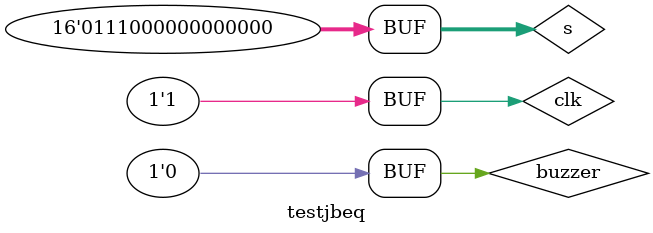
<source format=v>
`timescale 1ns / 1ps


module testjbeq;

	// Inputs
	reg clk;
	reg [15:0] s;
	reg buzzer;

	// Outputs
	wire SEGCLK;
	wire SEGCLR;
	wire SEGDT;
	wire SEGEN;
	wire [31:0] InstruAddr2;
	wire [31:0] Instru2;
	wire [31:0]segRegDat2;
	wire [4:0]regW2;
	wire [31:0]Wdat2;
	wire RegWrite;
	// Instantiate the Unit Under Test (UUT)
	Top uut (
		.clk(clk), 
		.s(s), 
		.buzzer(buzzer), 
		.SEGCLK(SEGCLK), 
		.SEGCLR(SEGCLR), 
		.SEGDT(SEGDT), 
		.SEGEN(SEGEN), 
		.InstruAddr2(InstruAddr2), 
		.Instru2(Instru2),
        .segRegDat2(segRegDat2),
        .regW2(regW2),
        .Wdat2(Wdat2),
        .RegWrite(RegWrite)
	);

	initial begin
		// Initialize Inputs
        s = 16'h5800;
		
		buzzer = 0;
        #1000;
        s = 16'h7000;
	end
	
      always  begin
			clk = 0; #10; 
			clk = 1; #10; 
		end  
	
      
endmodule


</source>
